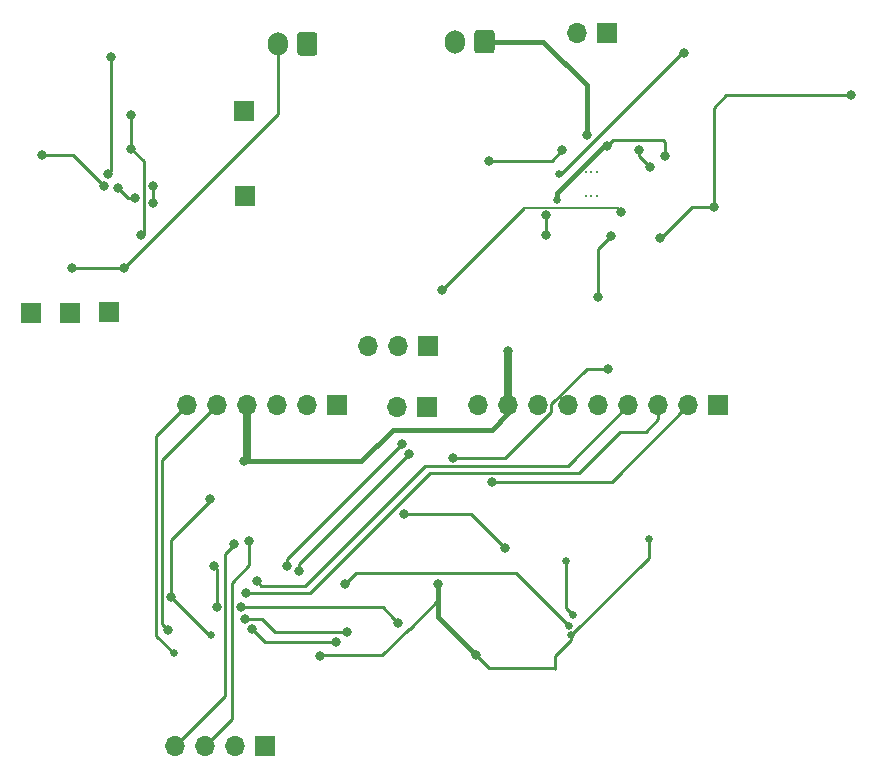
<source format=gbr>
%TF.GenerationSoftware,KiCad,Pcbnew,(5.1.8)-1*%
%TF.CreationDate,2021-01-16T10:33:32-08:00*%
%TF.ProjectId,spl_prototype,73706c5f-7072-46f7-946f-747970652e6b,rev?*%
%TF.SameCoordinates,Original*%
%TF.FileFunction,Copper,L2,Bot*%
%TF.FilePolarity,Positive*%
%FSLAX46Y46*%
G04 Gerber Fmt 4.6, Leading zero omitted, Abs format (unit mm)*
G04 Created by KiCad (PCBNEW (5.1.8)-1) date 2021-01-16 10:33:32*
%MOMM*%
%LPD*%
G01*
G04 APERTURE LIST*
%TA.AperFunction,ComponentPad*%
%ADD10O,1.700000X1.700000*%
%TD*%
%TA.AperFunction,ComponentPad*%
%ADD11R,1.700000X1.700000*%
%TD*%
%TA.AperFunction,ComponentPad*%
%ADD12C,0.200000*%
%TD*%
%TA.AperFunction,ComponentPad*%
%ADD13O,1.700000X2.000000*%
%TD*%
%TA.AperFunction,ViaPad*%
%ADD14C,0.800000*%
%TD*%
%TA.AperFunction,ViaPad*%
%ADD15C,0.635000*%
%TD*%
%TA.AperFunction,Conductor*%
%ADD16C,0.250000*%
%TD*%
%TA.AperFunction,Conductor*%
%ADD17C,0.635000*%
%TD*%
%TA.AperFunction,Conductor*%
%ADD18C,0.381000*%
%TD*%
%TA.AperFunction,Conductor*%
%ADD19C,0.200000*%
%TD*%
G04 APERTURE END LIST*
D10*
%TO.P,J6,2*%
%TO.N,Net-(C18-Pad2)*%
X139510000Y-22600000D03*
D11*
%TO.P,J6,1*%
%TO.N,Net-(C21-Pad2)*%
X142050000Y-22600000D03*
%TD*%
D12*
%TO.P,U7,*%
%TO.N,*%
X140260000Y-36350000D03*
X141260000Y-36350000D03*
X141260000Y-34350000D03*
X140260000Y-34350000D03*
X140760000Y-36350000D03*
X140760000Y-34350000D03*
%TD*%
D10*
%TO.P,TP2,2*%
%TO.N,/STM32SUPPLY*%
X124260000Y-54200000D03*
D11*
%TO.P,TP2,1*%
%TO.N,Net-(J3-Pad9)*%
X126800000Y-54200000D03*
%TD*%
%TO.P,TP7,1*%
%TO.N,Net-(C13-Pad1)*%
X111400000Y-36400000D03*
%TD*%
%TO.P,TP6,1*%
%TO.N,Net-(C1-Pad1)*%
X111300000Y-29200000D03*
%TD*%
%TO.P,TP5,1*%
%TO.N,Net-(TP5-Pad1)*%
X99900000Y-46200000D03*
%TD*%
%TO.P,TP4,1*%
%TO.N,Net-(TP4-Pad1)*%
X96600000Y-46300000D03*
%TD*%
%TO.P,TP3,1*%
%TO.N,Net-(TP3-Pad1)*%
X93300000Y-46300000D03*
%TD*%
D10*
%TO.P,JP1,3*%
%TO.N,/LP3905_Output*%
X121820000Y-49100000D03*
%TO.P,JP1,2*%
%TO.N,/STM32SUPPLY*%
X124360000Y-49100000D03*
D11*
%TO.P,JP1,1*%
%TO.N,+3V3*%
X126900000Y-49100000D03*
%TD*%
D10*
%TO.P,J7,4*%
%TO.N,/I2C1_SDA*%
X105480000Y-82900000D03*
%TO.P,J7,3*%
%TO.N,/I2C1_SCL*%
X108020000Y-82900000D03*
%TO.P,J7,2*%
%TO.N,GND*%
X110560000Y-82900000D03*
D11*
%TO.P,J7,1*%
%TO.N,/STM32SUPPLY*%
X113100000Y-82900000D03*
%TD*%
D10*
%TO.P,J4,6*%
%TO.N,/USART_RX*%
X106500000Y-54100000D03*
%TO.P,J4,5*%
%TO.N,/USART_TX*%
X109040000Y-54100000D03*
%TO.P,J4,4*%
%TO.N,GND*%
X111580000Y-54100000D03*
%TO.P,J4,3*%
%TO.N,/SWD_SWCLK*%
X114120000Y-54100000D03*
%TO.P,J4,2*%
%TO.N,/SWD_SWDIO*%
X116660000Y-54100000D03*
D11*
%TO.P,J4,1*%
%TO.N,/STM32SUPPLY*%
X119200000Y-54100000D03*
%TD*%
D10*
%TO.P,J3,9*%
%TO.N,Net-(J3-Pad9)*%
X131180000Y-54100000D03*
%TO.P,J3,8*%
%TO.N,GND*%
X133720000Y-54100000D03*
%TO.P,J3,7*%
%TO.N,/LoRaEN*%
X136260000Y-54100000D03*
%TO.P,J3,6*%
%TO.N,/LoRaIRQ*%
X138800000Y-54100000D03*
%TO.P,J3,5*%
%TO.N,/SPI2_SCK*%
X141340000Y-54100000D03*
%TO.P,J3,4*%
%TO.N,/SPI2_MISO*%
X143880000Y-54100000D03*
%TO.P,J3,3*%
%TO.N,/SPI2_MOSI*%
X146420000Y-54100000D03*
%TO.P,J3,2*%
%TO.N,/SPI2_SSN*%
X148960000Y-54100000D03*
D11*
%TO.P,J3,1*%
%TO.N,/LoRaRST*%
X151500000Y-54100000D03*
%TD*%
D13*
%TO.P,J2,2*%
%TO.N,+3V3*%
X129200000Y-23300000D03*
%TO.P,J2,1*%
%TO.N,GND*%
%TA.AperFunction,ComponentPad*%
G36*
G01*
X132550000Y-22550000D02*
X132550000Y-24050000D01*
G75*
G02*
X132300000Y-24300000I-250000J0D01*
G01*
X131100000Y-24300000D01*
G75*
G02*
X130850000Y-24050000I0J250000D01*
G01*
X130850000Y-22550000D01*
G75*
G02*
X131100000Y-22300000I250000J0D01*
G01*
X132300000Y-22300000D01*
G75*
G02*
X132550000Y-22550000I0J-250000D01*
G01*
G37*
%TD.AperFunction*%
%TD*%
%TO.P,J1,2*%
%TO.N,+BATT*%
X114200000Y-23500000D03*
%TO.P,J1,1*%
%TO.N,GND*%
%TA.AperFunction,ComponentPad*%
G36*
G01*
X117550000Y-22750000D02*
X117550000Y-24250000D01*
G75*
G02*
X117300000Y-24500000I-250000J0D01*
G01*
X116100000Y-24500000D01*
G75*
G02*
X115850000Y-24250000I0J250000D01*
G01*
X115850000Y-22750000D01*
G75*
G02*
X116100000Y-22500000I250000J0D01*
G01*
X117300000Y-22500000D01*
G75*
G02*
X117550000Y-22750000I0J-250000D01*
G01*
G37*
%TD.AperFunction*%
%TD*%
D14*
%TO.N,GNDA*%
X101800000Y-29500000D03*
X101800000Y-32400000D03*
X102650000Y-39700000D03*
%TO.N,GND*%
X111350000Y-58850000D03*
X136950000Y-39700000D03*
X136950000Y-38000000D03*
X105150000Y-70300000D03*
X108450000Y-62050000D03*
X133720000Y-49480000D03*
X146967500Y-32967500D03*
X142050000Y-32150000D03*
X140350000Y-31208700D03*
D15*
X137850000Y-36701200D03*
X108584996Y-73555456D03*
X138600000Y-67300000D03*
X139192000Y-71882000D03*
D14*
%TO.N,/STM32SUPPLY*%
X117750000Y-75350000D03*
X108810000Y-67690000D03*
X109050000Y-71150000D03*
X131000000Y-75250000D03*
D15*
X139050000Y-73550000D03*
X145637500Y-65437500D03*
D14*
X127800000Y-69198800D03*
%TO.N,Net-(C13-Pad2)*%
X103600000Y-35550000D03*
X103600000Y-36945010D03*
%TO.N,VSS*%
X94250000Y-32900000D03*
X99499887Y-35560000D03*
%TO.N,Net-(C18-Pad1)*%
X132100000Y-33400000D03*
X138300000Y-32500000D03*
%TO.N,Net-(C21-Pad2)*%
X145750000Y-33950000D03*
X144779990Y-32512000D03*
%TO.N,Net-(C29-Pad1)*%
X151100000Y-37300000D03*
X146550000Y-39900000D03*
X162750000Y-27850000D03*
D15*
%TO.N,/WirelessReciverOut*%
X138050000Y-34498800D03*
D14*
X148600000Y-24250000D03*
%TO.N,+BATT*%
X101150000Y-42450000D03*
X96738798Y-42438798D03*
%TO.N,/LoRaEN*%
X124700000Y-57400000D03*
X115000000Y-67700000D03*
%TO.N,/LoRaIRQ*%
X125300000Y-58200000D03*
X116000000Y-68100000D03*
%TO.N,/SPI2_MISO*%
X112400000Y-68999998D03*
%TO.N,/SPI2_MOSI*%
X111500000Y-70000000D03*
%TO.N,/SPI2_SSN*%
X132300000Y-60600000D03*
%TO.N,/LoRaRST*%
X142200000Y-51000000D03*
X129000000Y-58554990D03*
D15*
%TO.N,/USART_RX*%
X105400000Y-75100000D03*
D14*
%TO.N,/USART_TX*%
X104900000Y-73100000D03*
%TO.N,/I2C1_SDA*%
X110500000Y-65800000D03*
%TO.N,/I2C1_SCL*%
X111800000Y-65600000D03*
%TO.N,Net-(R13-Pad1)*%
X142400000Y-39800000D03*
X141300000Y-44900000D03*
%TO.N,Net-(R18-Pad1)*%
X128100000Y-44300000D03*
X143300000Y-37700000D03*
%TO.N,/MAG_RDY*%
X124900000Y-63300000D03*
X133450000Y-66150000D03*
%TO.N,/SPI1_SSN*%
X119900000Y-69200000D03*
D15*
X138850000Y-72800000D03*
D14*
%TO.N,/SPI1_MOSI*%
X112009526Y-73040248D03*
X119126000Y-74168000D03*
%TO.N,/SPI1_MISO*%
X111400000Y-72150000D03*
X120100000Y-73256191D03*
%TO.N,/SPI1_SCK*%
X111050000Y-71200000D03*
X124393217Y-72491298D03*
%TO.N,Net-(L2-Pad1)*%
X100659269Y-35675002D03*
X102108001Y-36576000D03*
%TO.N,Net-(L1-Pad1)*%
X100100000Y-24600000D03*
X99822000Y-34544000D03*
%TD*%
D16*
%TO.N,GNDA*%
X101800000Y-29500000D02*
X101800000Y-32400000D01*
X102845001Y-33445001D02*
X102845001Y-39504999D01*
X102845001Y-39504999D02*
X102650000Y-39700000D01*
X101800000Y-32400000D02*
X102845001Y-33445001D01*
D17*
%TO.N,GND*%
X111580000Y-54100000D02*
X111580000Y-58570000D01*
X111350000Y-58800000D02*
X111350000Y-58850000D01*
X111580000Y-58570000D02*
X111350000Y-58800000D01*
D16*
X136950000Y-39700000D02*
X136950000Y-38350000D01*
X136950000Y-38350000D02*
X136950000Y-38000000D01*
X105150000Y-70300000D02*
X105150000Y-65500000D01*
X108450000Y-62200000D02*
X108450000Y-62050000D01*
X105150000Y-65500000D02*
X108450000Y-62200000D01*
D17*
X133720000Y-54100000D02*
X133720000Y-49480000D01*
D16*
X146967500Y-32967500D02*
X146967500Y-31767500D01*
X146848799Y-31648799D02*
X142551201Y-31648799D01*
X146967500Y-31767500D02*
X146848799Y-31648799D01*
X142551201Y-31648799D02*
X142050000Y-32150000D01*
D18*
X131700000Y-23300000D02*
X136650000Y-23300000D01*
X136650000Y-23300000D02*
X140350000Y-27000000D01*
X140350000Y-27000000D02*
X140350000Y-31208700D01*
X133720000Y-54780000D02*
X133720000Y-54100000D01*
X132350000Y-56150000D02*
X133720000Y-54780000D01*
X123950000Y-56150000D02*
X132350000Y-56150000D01*
X121250000Y-58850000D02*
X123950000Y-56150000D01*
X111350000Y-58850000D02*
X121250000Y-58850000D01*
X141835515Y-32150000D02*
X142050000Y-32150000D01*
X137850000Y-36135515D02*
X141835515Y-32150000D01*
X137850000Y-36701200D02*
X137850000Y-36135515D01*
D16*
X105150000Y-70300000D02*
X108400000Y-73550000D01*
X108579540Y-73550000D02*
X108584996Y-73555456D01*
X108400000Y-73550000D02*
X108579540Y-73550000D01*
X138600000Y-67300000D02*
X138600000Y-71290000D01*
X138600000Y-71290000D02*
X139192000Y-71882000D01*
%TO.N,/STM32SUPPLY*%
X109050000Y-67930000D02*
X109050000Y-71150000D01*
X108810000Y-67690000D02*
X109050000Y-67930000D01*
X137650000Y-76400000D02*
X137700000Y-76350000D01*
X139050000Y-73900000D02*
X139050000Y-73550000D01*
X132100000Y-76350000D02*
X137700000Y-76350000D01*
X131000000Y-75250000D02*
X132100000Y-76350000D01*
X137700000Y-75300000D02*
X139050000Y-73950000D01*
X137700000Y-76350000D02*
X137700000Y-75300000D01*
X139050000Y-73550000D02*
X145600000Y-67000000D01*
X145600000Y-65475000D02*
X145637500Y-65437500D01*
X145600000Y-67000000D02*
X145600000Y-65475000D01*
D18*
X127800000Y-69198800D02*
X127800000Y-72050000D01*
X127800000Y-72050000D02*
X131000000Y-75250000D01*
D16*
X117850000Y-75250000D02*
X117750000Y-75350000D01*
X123050000Y-75250000D02*
X117850000Y-75250000D01*
X125300000Y-73000000D02*
X123050000Y-75250000D01*
X127800000Y-70600000D02*
X125400000Y-73000000D01*
X125400000Y-73000000D02*
X125300000Y-73000000D01*
X127800000Y-69198800D02*
X127800000Y-70600000D01*
%TO.N,Net-(C13-Pad2)*%
X103600000Y-37200000D02*
X103600000Y-36945010D01*
X103600000Y-35550000D02*
X103600000Y-36945010D01*
%TO.N,VSS*%
X94250000Y-32900000D02*
X96839887Y-32900000D01*
X96839887Y-32900000D02*
X99499887Y-35560000D01*
%TO.N,Net-(C18-Pad1)*%
X132100000Y-33400000D02*
X137400000Y-33400000D01*
X137400000Y-33400000D02*
X138300000Y-32500000D01*
%TO.N,Net-(C21-Pad2)*%
X145750000Y-33950000D02*
X144779990Y-32979990D01*
X144779990Y-32979990D02*
X144779990Y-32512000D01*
%TO.N,Net-(C29-Pad1)*%
X151100000Y-37300000D02*
X149250000Y-37300000D01*
X146650000Y-39900000D02*
X146550000Y-39900000D01*
X149250000Y-37300000D02*
X146650000Y-39900000D01*
X162750000Y-27850000D02*
X152150000Y-27850000D01*
X151100000Y-28900000D02*
X151100000Y-28950000D01*
X152150000Y-27850000D02*
X151100000Y-28900000D01*
X151100000Y-28950000D02*
X151100000Y-37300000D01*
%TO.N,/WirelessReciverOut*%
X148500000Y-24150000D02*
X148600000Y-24250000D01*
X148500000Y-24220000D02*
X148500000Y-24150000D01*
X138221200Y-34498800D02*
X148500000Y-24220000D01*
X138050000Y-34498800D02*
X138221200Y-34498800D01*
%TO.N,+BATT*%
X114200000Y-29400000D02*
X101150000Y-42450000D01*
X114200000Y-23500000D02*
X114200000Y-29400000D01*
X101150000Y-42450000D02*
X96750000Y-42450000D01*
X96750000Y-42450000D02*
X96738798Y-42438798D01*
%TO.N,/LoRaEN*%
X124700000Y-57400000D02*
X115000000Y-67100000D01*
X115000000Y-67100000D02*
X115000000Y-67700000D01*
%TO.N,/LoRaIRQ*%
X125300000Y-58200000D02*
X116000000Y-67500000D01*
X116000000Y-67500000D02*
X116000000Y-68100000D01*
%TO.N,/SPI2_MISO*%
X138780000Y-59200000D02*
X126700000Y-59200000D01*
X126700000Y-59200000D02*
X116500003Y-69399997D01*
X143880000Y-54100000D02*
X138780000Y-59200000D01*
X112799999Y-69399997D02*
X112400000Y-68999998D01*
X116500003Y-69399997D02*
X112799999Y-69399997D01*
%TO.N,/SPI2_MOSI*%
X116900000Y-70000000D02*
X111500000Y-70000000D01*
X127073790Y-59826210D02*
X116900000Y-70000000D01*
X139709568Y-59826210D02*
X127073790Y-59826210D01*
X143185778Y-56350000D02*
X139709568Y-59826210D01*
X145350000Y-56350000D02*
X143185778Y-56350000D01*
X146420000Y-55280000D02*
X145350000Y-56350000D01*
X146420000Y-54100000D02*
X146420000Y-55280000D01*
%TO.N,/SPI2_SSN*%
X142460000Y-60600000D02*
X132300000Y-60600000D01*
X148960000Y-54100000D02*
X142460000Y-60600000D01*
%TO.N,/LoRaRST*%
X133425612Y-58554990D02*
X129000000Y-58554990D01*
X137355001Y-54625601D02*
X133425612Y-58554990D01*
X137355001Y-53989221D02*
X137355001Y-54625601D01*
X142200000Y-51000000D02*
X140344222Y-51000000D01*
X140344222Y-51000000D02*
X137355001Y-53989221D01*
%TO.N,/USART_RX*%
X106500000Y-54100000D02*
X106900000Y-54100000D01*
X106500000Y-54100000D02*
X103900000Y-56700000D01*
X103900000Y-73600000D02*
X105400000Y-75100000D01*
X103900000Y-56700000D02*
X103900000Y-73600000D01*
%TO.N,/USART_TX*%
X109040000Y-54100000D02*
X104400000Y-58740000D01*
X104400000Y-72600000D02*
X104900000Y-73100000D01*
X104400000Y-58740000D02*
X104400000Y-72600000D01*
%TO.N,/I2C1_SDA*%
X110500000Y-65900000D02*
X110500000Y-65800000D01*
X109700000Y-66700000D02*
X110500000Y-65900000D01*
X109700000Y-78680000D02*
X109700000Y-66700000D01*
X105480000Y-82900000D02*
X109700000Y-78680000D01*
%TO.N,/I2C1_SCL*%
X111800000Y-67610222D02*
X111800000Y-65600000D01*
X110300000Y-69110222D02*
X111800000Y-67610222D01*
X110300000Y-80620000D02*
X110300000Y-69110222D01*
X108020000Y-82900000D02*
X110300000Y-80620000D01*
%TO.N,Net-(R13-Pad1)*%
X141300000Y-40900000D02*
X141300000Y-44900000D01*
X142400000Y-39800000D02*
X141300000Y-40900000D01*
%TO.N,Net-(R18-Pad1)*%
X142950000Y-37350000D02*
X143300000Y-37700000D01*
D19*
X135050000Y-37350000D02*
X142950000Y-37350000D01*
D16*
X128100000Y-44300000D02*
X135050000Y-37350000D01*
%TO.N,/MAG_RDY*%
X124900000Y-63300000D02*
X130600000Y-63300000D01*
X130600000Y-63300000D02*
X133450000Y-66150000D01*
%TO.N,/SPI1_SSN*%
X134350000Y-68300000D02*
X138850000Y-72800000D01*
X120800000Y-68300000D02*
X134350000Y-68300000D01*
X119900000Y-69200000D02*
X120800000Y-68300000D01*
%TO.N,/SPI1_MOSI*%
X112009526Y-73040248D02*
X113137278Y-74168000D01*
X113137278Y-74168000D02*
X119126000Y-74168000D01*
%TO.N,/SPI1_MISO*%
X111400000Y-72150000D02*
X112900000Y-72150000D01*
X112900000Y-72150000D02*
X114006191Y-73256191D01*
X114006191Y-73256191D02*
X120100000Y-73256191D01*
%TO.N,/SPI1_SCK*%
X111050000Y-71200000D02*
X123101919Y-71200000D01*
X123101919Y-71200000D02*
X123993218Y-72091299D01*
X123993218Y-72091299D02*
X124393217Y-72491298D01*
%TO.N,Net-(L2-Pad1)*%
X100659269Y-35675002D02*
X101560267Y-36576000D01*
X101560267Y-36576000D02*
X102108001Y-36576000D01*
%TO.N,Net-(L1-Pad1)*%
X100100000Y-24600000D02*
X100100000Y-34266000D01*
X100100000Y-34266000D02*
X99822000Y-34544000D01*
%TD*%
M02*

</source>
